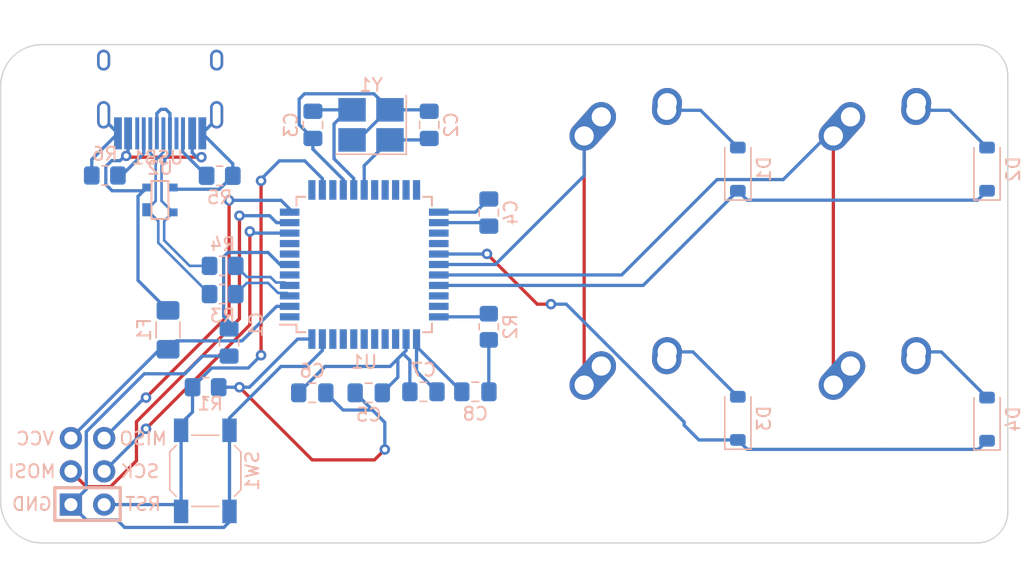
<source format=kicad_pcb>
(kicad_pcb (version 20221018) (generator pcbnew)
  (layers (0 "F.Cu" signal) (31 "B.Cu" signal) (34 "B.Paste" user) (35 "F.Paste" user) (36 "B.SilkS" user "B.Silkscreen") (37 "F.SilkS" user "F.Silkscreen") (38 "B.Mask" user) (39 "F.Mask" user) (44 "Edge.Cuts" user))
  (net 0 "")
  (net 1 "GND")
  (net 2 "Net-(U1-UCAP)")
  (net 3 "XTAL1")
  (net 4 "XTAL2")
  (net 5 "+5V")
  (net 6 "row0")
  (net 7 "Net-(D1-A)")
  (net 8 "Net-(D2-A)")
  (net 9 "row1")
  (net 10 "Net-(D3-A)")
  (net 11 "Net-(D4-A)")
  (net 12 "VCC")
  (net 13 "MISO")
  (net 14 "SCK")
  (net 15 "MOSI")
  (net 16 "RESET")
  (net 17 "Net-(U1-~{HWB}{slash}PE2)")
  (net 18 "DN")
  (net 19 "D-")
  (net 20 "D+")
  (net 21 "DP")
  (net 22 "Net-(USB1-CC2)")
  (net 23 "Net-(USB1-CC1)")
  (net 24 "col0")
  (net 25 "col1")
  (footprint "MX_Alps_Hybrid:MX-1U-NoLED" (layer "F.Cu") (at 144.4625 53.975)
    (fp_text reference "SW2")
    (fp_text value "SW_Push")
    (pad "" np_thru_hole circle (at -5.08 0 48.0996) (size 1.75 1.75) (drill 1.75) (layers "*.Cu" "*.Mask"))
    (pad "" np_thru_hole circle (at 0 0) (size 3.9878 3.9878) (drill 3.9878) (layers "*.Cu" "*.Mask"))
    (pad "" np_thru_hole circle (at 5.08 0 48.0996) (size 1.75 1.75) (drill 1.75) (layers "*.Cu" "*.Mask"))
    (pad "1" thru_hole oval (at -3.81 -2.54 48.0996) (size 4.211556 2.25) (drill 1.47 (offset 0.980778 0)) (layers "*.Cu" "B.Mask") (net 24 "col0"))
    (pad "1" thru_hole circle (at -2.5 -4) (size 2.25 2.25) (drill 1.47) (layers "*.Cu" "B.Mask") (net 24 "col0"))
    (pad "2" thru_hole oval (at 2.5 -4.5 86.0548) (size 2.831378 2.25) (drill 1.47 (offset 0.290689 0)) (layers "*.Cu" "B.Mask") (net 7 "Net-(D1-A)"))
    (pad "2" thru_hole circle (at 2.54 -5.08) (size 2.25 2.25) (drill 1.47) (layers "*.Cu" "B.Mask") (net 7 "Net-(D1-A)"))
  )
  (footprint "MX_Alps_Hybrid:MX-1U-NoLED" (layer "F.Cu") (at 163.5125 53.975)
    (fp_text reference "SW3")
    (fp_text value "SW_Push")
    (pad "" np_thru_hole circle (at -5.08 0 48.0996) (size 1.75 1.75) (drill 1.75) (layers "*.Cu" "*.Mask"))
    (pad "" np_thru_hole circle (at 0 0) (size 3.9878 3.9878) (drill 3.9878) (layers "*.Cu" "*.Mask"))
    (pad "" np_thru_hole circle (at 5.08 0 48.0996) (size 1.75 1.75) (drill 1.75) (layers "*.Cu" "*.Mask"))
    (pad "1" thru_hole oval (at -3.81 -2.54 48.0996) (size 4.211556 2.25) (drill 1.47 (offset 0.980778 0)) (layers "*.Cu" "B.Mask") (net 25 "col1"))
    (pad "1" thru_hole circle (at -2.5 -4) (size 2.25 2.25) (drill 1.47) (layers "*.Cu" "B.Mask") (net 25 "col1"))
    (pad "2" thru_hole oval (at 2.5 -4.5 86.0548) (size 2.831378 2.25) (drill 1.47 (offset 0.290689 0)) (layers "*.Cu" "B.Mask") (net 8 "Net-(D2-A)"))
    (pad "2" thru_hole circle (at 2.54 -5.08) (size 2.25 2.25) (drill 1.47) (layers "*.Cu" "B.Mask") (net 8 "Net-(D2-A)"))
  )
  (footprint "MX_Alps_Hybrid:MX-1U-NoLED" (layer "F.Cu") (at 144.4625 73.025)
    (fp_text reference "SW4")
    (fp_text value "SW_Push")
    (pad "" np_thru_hole circle (at -5.08 0 48.0996) (size 1.75 1.75) (drill 1.75) (layers "*.Cu" "*.Mask"))
    (pad "" np_thru_hole circle (at 0 0) (size 3.9878 3.9878) (drill 3.9878) (layers "*.Cu" "*.Mask"))
    (pad "" np_thru_hole circle (at 5.08 0 48.0996) (size 1.75 1.75) (drill 1.75) (layers "*.Cu" "*.Mask"))
    (pad "1" thru_hole oval (at -3.81 -2.54 48.0996) (size 4.211556 2.25) (drill 1.47 (offset 0.980778 0)) (layers "*.Cu" "B.Mask") (net 24 "col0"))
    (pad "1" thru_hole circle (at -2.5 -4) (size 2.25 2.25) (drill 1.47) (layers "*.Cu" "B.Mask") (net 24 "col0"))
    (pad "2" thru_hole oval (at 2.5 -4.5 86.0548) (size 2.831378 2.25) (drill 1.47 (offset 0.290689 0)) (layers "*.Cu" "B.Mask") (net 10 "Net-(D3-A)"))
    (pad "2" thru_hole circle (at 2.54 -5.08) (size 2.25 2.25) (drill 1.47) (layers "*.Cu" "B.Mask") (net 10 "Net-(D3-A)"))
  )
  (footprint "MX_Alps_Hybrid:MX-1U-NoLED" (layer "F.Cu") (at 163.5125 73.025)
    (fp_text reference "SW5")
    (fp_text value "SW_Push")
    (pad "" np_thru_hole circle (at -5.08 0 48.0996) (size 1.75 1.75) (drill 1.75) (layers "*.Cu" "*.Mask"))
    (pad "" np_thru_hole circle (at 0 0) (size 3.9878 3.9878) (drill 3.9878) (layers "*.Cu" "*.Mask"))
    (pad "" np_thru_hole circle (at 5.08 0 48.0996) (size 1.75 1.75) (drill 1.75) (layers "*.Cu" "*.Mask"))
    (pad "1" thru_hole oval (at -3.81 -2.54 48.0996) (size 4.211556 2.25) (drill 1.47 (offset 0.980778 0)) (layers "*.Cu" "B.Mask") (net 25 "col1"))
    (pad "1" thru_hole circle (at -2.5 -4) (size 2.25 2.25) (drill 1.47) (layers "*.Cu" "B.Mask") (net 25 "col1"))
    (pad "2" thru_hole oval (at 2.5 -4.5 86.0548) (size 2.831378 2.25) (drill 1.47 (offset 0.290689 0)) (layers "*.Cu" "B.Mask") (net 11 "Net-(D4-A)"))
    (pad "2" thru_hole circle (at 2.54 -5.08) (size 2.25 2.25) (drill 1.47) (layers "*.Cu" "B.Mask") (net 11 "Net-(D4-A)"))
  )
  (footprint "Resistor_SMD:R_0805_2012Metric_Pad1.20x1.40mm_HandSolder" (layer "B.Cu") (at 113.014 61.3664 180)
    (fp_text reference "R4" (at 0 1.65) (layer "B.SilkS") (effects (justify mirror)))
    (fp_text value "22")
    (pad "1" smd roundrect (at -1 0 180) (size 1.2 1.4) (layers "B.Cu" "B.Paste" "B.Mask") (roundrect_rratio 0.208333) (net 20 "D+"))
    (pad "2" smd roundrect (at 1 0 180) (size 1.2 1.4) (layers "B.Cu" "B.Paste" "B.Mask") (roundrect_rratio 0.208333) (net 21 "DP"))
  )
  (footprint "Diode_SMD:D_SOD-123" (layer "B.Cu") (at 152.4 73.025 90)
    (fp_text reference "D3" (at 0 2 90) (layer "B.SilkS") (effects (justify mirror)))
    (fp_text value "D")
    (pad "1" smd roundrect (at -1.65 0 90) (size 0.9 1.2) (layers "B.Cu" "B.Paste" "B.Mask") (net 9 "row1"))
    (pad "2" smd roundrect (at 1.65 0 90) (size 0.9 1.2) (layers "B.Cu" "B.Paste" "B.Mask") (net 10 "Net-(D3-A)"))
  )
  (footprint "Capacitor_SMD:C_0805_2012Metric_Pad1.18x1.45mm_HandSolder" (layer "B.Cu") (at 132.334 70.993)
    (fp_text reference "C8" (at 0 1.68) (layer "B.SilkS") (effects (justify mirror)))
    (fp_text value "0.1u")
    (pad "1" smd roundrect (at -1.0375 0) (size 1.175 1.45) (layers "B.Cu" "B.Paste" "B.Mask") (roundrect_rratio 0.212766) (net 5 "+5V"))
    (pad "2" smd roundrect (at 1.0375 0) (size 1.175 1.45) (layers "B.Cu" "B.Paste" "B.Mask") (roundrect_rratio 0.212766) (net 1 "GND"))
  )
  (footprint "Capacitor_SMD:C_0805_2012Metric_Pad1.18x1.45mm_HandSolder" (layer "B.Cu") (at 119.9155 50.5875 -90)
    (fp_text reference "C3" (at 0 1.68 90) (layer "B.SilkS") (effects (justify mirror)))
    (fp_text value "22p")
    (pad "1" smd roundrect (at -1.0375 0 270) (size 1.175 1.45) (layers "B.Cu" "B.Paste" "B.Mask") (roundrect_rratio 0.212766) (net 4 "XTAL2"))
    (pad "2" smd roundrect (at 1.0375 0 270) (size 1.175 1.45) (layers "B.Cu" "B.Paste" "B.Mask") (roundrect_rratio 0.212766) (net 1 "GND"))
  )
  (footprint "random-keyboard-parts:SOT143B" (layer "B.Cu") (at 108.22 56.327)
    (fp_text reference "U2" (at 0 -2.45) (layer "B.SilkS") (effects (justify mirror)))
    (fp_text value "PRTR5V0U2X")
    (pad "1" smd rect (at -1 0.75 90) (size 1 0.7) (layers "B.Cu" "B.Paste" "B.Mask") (net 18 "DN"))
    (pad "2" smd rect (at -1 -0.95 90) (size 0.6 0.7) (layers "B.Cu" "B.Paste" "B.Mask") (net 12 "VCC"))
    (pad "3" smd rect (at 1 -0.95 90) (size 0.6 0.7) (layers "B.Cu" "B.Paste" "B.Mask") (net 1 "GND"))
    (pad "4" smd rect (at 1 0.95 90) (size 0.6 0.7) (layers "B.Cu" "B.Paste" "B.Mask") (net 21 "DP"))
  )
  (footprint "Crystal:Crystal_SMD_3225-4Pin_3.2x2.5mm_HandSoldering" (layer "B.Cu") (at 124.35625 50.5875 180)
    (fp_text reference "Y1" (at 0 3.05) (layer "B.SilkS") (effects (justify mirror)))
    (fp_text value "Crystal_GND24_Small")
    (pad "1" smd rect (at -1.45 -1.15 180) (size 2.1 1.8) (layers "B.Cu" "B.Paste" "B.Mask") (net 3 "XTAL1"))
    (pad "2" smd rect (at 1.45 -1.15 180) (size 2.1 1.8) (layers "B.Cu" "B.Paste" "B.Mask") (net 1 "GND"))
    (pad "3" smd rect (at 1.45 1.15 180) (size 2.1 1.8) (layers "B.Cu" "B.Paste" "B.Mask") (net 4 "XTAL2"))
    (pad "4" smd rect (at -1.45 1.15 180) (size 2.1 1.8) (layers "B.Cu" "B.Paste" "B.Mask") (net 1 "GND"))
  )
  (footprint "Resistor_SMD:R_0805_2012Metric_Pad1.20x1.40mm_HandSolder" (layer "B.Cu") (at 133.3625 66.025 90)
    (fp_text reference "R2" (at 0 1.65 90) (layer "B.SilkS") (effects (justify mirror)))
    (fp_text value "10k")
    (pad "1" smd roundrect (at -1 0 90) (size 1.2 1.4) (layers "B.Cu" "B.Paste" "B.Mask") (roundrect_rratio 0.208333) (net 1 "GND"))
    (pad "2" smd roundrect (at 1 0 90) (size 1.2 1.4) (layers "B.Cu" "B.Paste" "B.Mask") (roundrect_rratio 0.208333) (net 17 "Net-(U1-~{HWB}{slash}PE2)"))
  )
  (footprint "random-keyboard-parts:Reset_Pretty-Mask" (layer "B.Cu") (at 102.6854 77.0751 180)
    (fp_text reference "J1")
    (fp_text value "AVR-ISP-6")
    (fp_text user "VCC" (at 4 2.5) (layer "B.SilkS") (effects (justify mirror)))
    (fp_text user "MOSI" (at 4.25 0) (layer "B.SilkS") (effects (justify mirror)))
    (fp_text user "GND" (at 4.25 -2.5) (layer "B.SilkS") (effects (justify mirror)))
    (fp_text user "RST" (at -4.25 -2.5) (layer "B.SilkS") (effects (justify mirror)))
    (fp_text user "MISO" (at -4.25 2.5) (layer "B.SilkS") (effects (justify mirror)))
    (fp_text user "SCK" (at -4 0) (layer "B.SilkS") (effects (justify mirror)))
    (pad "1" thru_hole circle (at -1.27 2.54 180) (size 1.7 1.7) (drill 1) (layers "*.Cu" "B.Mask") (net 13 "MISO"))
    (pad "2" thru_hole circle (at 1.27 2.54 180) (size 1.7 1.7) (drill 1) (layers "*.Cu" "B.Mask") (net 5 "+5V"))
    (pad "3" thru_hole circle (at -1.27 0 180) (size 1.7 1.7) (drill 1) (layers "*.Cu" "B.Mask") (net 14 "SCK"))
    (pad "4" thru_hole circle (at 1.27 0 180) (size 1.7 1.7) (drill 1) (layers "*.Cu" "B.Mask") (net 15 "MOSI"))
    (pad "5" thru_hole circle (at -1.27 -2.54 180) (size 1.7 1.7) (drill 1) (layers "*.Cu" "B.Mask") (net 16 "RESET"))
    (pad "6" thru_hole rect (at 1.27 -2.54 180) (size 1.7 1.7) (drill 1) (layers "*.Cu" "B.Mask") (net 1 "GND"))
  )
  (footprint "Resistor_SMD:R_0805_2012Metric_Pad1.20x1.40mm_HandSolder" (layer "B.Cu") (at 111.7125 70.64375 180)
    (fp_text reference "R1" (at -0.35 -1.2585) (layer "B.SilkS") (effects (justify mirror)))
    (fp_text value "10k")
    (pad "1" smd roundrect (at -1 0 180) (size 1.2 1.4) (layers "B.Cu" "B.Paste" "B.Mask") (roundrect_rratio 0.208333) (net 5 "+5V"))
    (pad "2" smd roundrect (at 1 0 180) (size 1.2 1.4) (layers "B.Cu" "B.Paste" "B.Mask") (roundrect_rratio 0.208333) (net 16 "RESET"))
  )
  (footprint "Type-C:HRO-TYPE-C-31-M-12-HandSoldering" (layer "B.Cu") (at 108.235 43.04)
    (fp_text reference "USB1" (at -0.1905 10.057) (layer "B.SilkS") (effects (justify mirror)))
    (fp_text value "HRO-TYPE-C-31-M-12")
    (pad "" np_thru_hole circle (at -2.89 6.25) (size 0.65 0.65) (drill 0.65) (layers "*.Cu" "*.Mask"))
    (pad "" np_thru_hole circle (at 2.89 6.25) (size 0.65 0.65) (drill 0.65) (layers "*.Cu" "*.Mask"))
    (pad "1" smd rect (at -3.225 8.195) (size 0.6 2.45) (layers "B.Cu" "B.Paste" "B.Mask") (net 1 "GND"))
    (pad "2" smd rect (at -2.45 8.195) (size 0.6 2.45) (layers "B.Cu" "B.Paste" "B.Mask") (net 12 "VCC"))
    (pad "3" smd rect (at -1.75 8.195) (size 0.3 2.45) (layers "B.Cu" "B.Paste" "B.Mask"))
    (pad "4" smd rect (at -1.25 8.195) (size 0.3 2.45) (layers "B.Cu" "B.Paste" "B.Mask") (net 23 "Net-(USB1-CC1)"))
    (pad "5" smd rect (at -0.75 8.195) (size 0.3 2.45) (layers "B.Cu" "B.Paste" "B.Mask") (net 18 "DN"))
    (pad "6" smd rect (at -0.25 8.195) (size 0.3 2.45) (layers "B.Cu" "B.Paste" "B.Mask") (net 21 "DP"))
    (pad "7" smd rect (at 0.25 8.195) (size 0.3 2.45) (layers "B.Cu" "B.Paste" "B.Mask") (net 18 "DN"))
    (pad "8" smd rect (at 0.75 8.195) (size 0.3 2.45) (layers "B.Cu" "B.Paste" "B.Mask") (net 21 "DP"))
    (pad "9" smd rect (at 1.25 8.195) (size 0.3 2.45) (layers "B.Cu" "B.Paste" "B.Mask"))
    (pad "10" smd rect (at 1.75 8.195) (size 0.3 2.45) (layers "B.Cu" "B.Paste" "B.Mask") (net 22 "Net-(USB1-CC2)"))
    (pad "11" smd rect (at 2.45 8.195) (size 0.6 2.45) (layers "B.Cu" "B.Paste" "B.Mask") (net 12 "VCC"))
    (pad "12" smd rect (at 3.225 8.195) (size 0.6 2.45) (layers "B.Cu" "B.Paste" "B.Mask") (net 1 "GND"))
    (pad "13" thru_hole oval (at -4.32 2.6) (size 1 1.6) (drill oval 0.6 1.2) (layers "*.Cu" "F.Mask") (net 1 "GND"))
    (pad "13" thru_hole oval (at -4.32 6.78) (size 1 2.1) (drill oval 0.6 1.7) (layers "*.Cu" "F.Mask") (net 1 "GND"))
    (pad "13" thru_hole oval (at 4.32 2.6) (size 1 1.6) (drill oval 0.6 1.2) (layers "*.Cu" "F.Mask") (net 1 "GND"))
    (pad "13" thru_hole oval (at 4.32 6.78) (size 1 2.1) (drill oval 0.6 1.7) (layers "*.Cu" "F.Mask") (net 1 "GND"))
  )
  (footprint "Capacitor_SMD:C_0805_2012Metric_Pad1.18x1.45mm_HandSolder" (layer "B.Cu") (at 113.50625 67.225 90)
    (fp_text reference "C1" (at 1.365 2.061 90) (layer "B.SilkS") (effects (justify mirror)))
    (fp_text value "1u")
    (pad "1" smd roundrect (at -1.0375 0 90) (size 1.175 1.45) (layers "B.Cu" "B.Paste" "B.Mask") (roundrect_rratio 0.212766) (net 1 "GND"))
    (pad "2" smd roundrect (at 1.0375 0 90) (size 1.175 1.45) (layers "B.Cu" "B.Paste" "B.Mask") (roundrect_rratio 0.212766) (net 2 "Net-(U1-UCAP)"))
  )
  (footprint "Capacitor_SMD:C_0805_2012Metric_Pad1.18x1.45mm_HandSolder" (layer "B.Cu") (at 133.3625 57.29375 90)
    (fp_text reference "C4" (at 0 1.68 90) (layer "B.SilkS") (effects (justify mirror)))
    (fp_text value "0.1u")
    (pad "1" smd roundrect (at -1.0375 0 90) (size 1.175 1.45) (layers "B.Cu" "B.Paste" "B.Mask") (roundrect_rratio 0.212766) (net 5 "+5V"))
    (pad "2" smd roundrect (at 1.0375 0 90) (size 1.175 1.45) (layers "B.Cu" "B.Paste" "B.Mask") (roundrect_rratio 0.212766) (net 1 "GND"))
  )
  (footprint "Diode_SMD:D_SOD-123" (layer "B.Cu") (at 171.45 73.0875 90)
    (fp_text reference "D4" (at 0 2 90) (layer "B.SilkS") (effects (justify mirror)))
    (fp_text value "D")
    (pad "1" smd roundrect (at -1.65 0 90) (size 0.9 1.2) (layers "B.Cu" "B.Paste" "B.Mask") (net 9 "row1"))
    (pad "2" smd roundrect (at 1.65 0 90) (size 0.9 1.2) (layers "B.Cu" "B.Paste" "B.Mask") (net 11 "Net-(D4-A)"))
  )
  (footprint "Button_Switch_SMD:SW_SPST_SKQG_WithStem" (layer "B.Cu") (at 111.688 77.037 90)
    (fp_text reference "SW1" (at 0 3.6 90) (layer "B.SilkS") (effects (justify mirror)))
    (fp_text value "SW_Push")
    (pad "1" smd rect (at -3.1 1.85 90) (size 1.8 1.1) (layers "B.Cu" "B.Paste" "B.Mask") (net 1 "GND"))
    (pad "1" smd rect (at 3.1 1.85 90) (size 1.8 1.1) (layers "B.Cu" "B.Paste" "B.Mask") (net 1 "GND"))
    (pad "2" smd rect (at -3.1 -1.85 90) (size 1.8 1.1) (layers "B.Cu" "B.Paste" "B.Mask") (net 16 "RESET"))
    (pad "2" smd rect (at 3.1 -1.85 90) (size 1.8 1.1) (layers "B.Cu" "B.Paste" "B.Mask") (net 16 "RESET"))
  )
  (footprint "Resistor_SMD:R_0805_2012Metric_Pad1.20x1.40mm_HandSolder" (layer "B.Cu") (at 112.791 54.483)
    (fp_text reference "R5" (at 0 1.65) (layer "B.SilkS") (effects (justify mirror)))
    (fp_text value "5.1k")
    (pad "1" smd roundrect (at -1 0) (size 1.2 1.4) (layers "B.Cu" "B.Paste" "B.Mask") (roundrect_rratio 0.208333) (net 22 "Net-(USB1-CC2)"))
    (pad "2" smd roundrect (at 1 0) (size 1.2 1.4) (layers "B.Cu" "B.Paste" "B.Mask") (roundrect_rratio 0.208333) (net 1 "GND"))
  )
  (footprint "Package_QFP:TQFP-44_10x10mm_P0.8mm" (layer "B.Cu") (at 123.8375 61.2625)
    (fp_text reference "U1" (at 0 7.45) (layer "B.SilkS") (effects (justify mirror)))
    (fp_text value "ATmega32U4-A")
    (pad "1" smd rect (at -5.7 4) (size 1.5 0.55) (layers "B.Cu" "B.Paste" "B.Mask"))
    (pad "2" smd rect (at -5.7 3.2) (size 1.5 0.55) (layers "B.Cu" "B.Paste" "B.Mask") (net 5 "+5V"))
    (pad "3" smd rect (at -5.7 2.4) (size 1.5 0.55) (layers "B.Cu" "B.Paste" "B.Mask") (net 19 "D-"))
    (pad "4" smd rect (at -5.7 1.6) (size 1.5 0.55) (layers "B.Cu" "B.Paste" "B.Mask") (net 20 "D+"))
    (pad "5" smd rect (at -5.7 0.8) (size 1.5 0.55) (layers "B.Cu" "B.Paste" "B.Mask") (net 1 "GND"))
    (pad "6" smd rect (at -5.7 0) (size 1.5 0.55) (layers "B.Cu" "B.Paste" "B.Mask") (net 2 "Net-(U1-UCAP)"))
    (pad "7" smd rect (at -5.7 -0.8) (size 1.5 0.55) (layers "B.Cu" "B.Paste" "B.Mask") (net 5 "+5V"))
    (pad "8" smd rect (at -5.7 -1.6) (size 1.5 0.55) (layers "B.Cu" "B.Paste" "B.Mask"))
    (pad "9" smd rect (at -5.7 -2.4) (size 1.5 0.55) (layers "B.Cu" "B.Paste" "B.Mask") (net 14 "SCK"))
    (pad "10" smd rect (at -5.7 -3.2) (size 1.5 0.55) (layers "B.Cu" "B.Paste" "B.Mask") (net 15 "MOSI"))
    (pad "11" smd rect (at -5.7 -4) (size 1.5 0.55) (layers "B.Cu" "B.Paste" "B.Mask") (net 13 "MISO"))
    (pad "12" smd rect (at -4 -5.7 270) (size 1.5 0.55) (layers "B.Cu" "B.Paste" "B.Mask"))
    (pad "13" smd rect (at -3.2 -5.7 270) (size 1.5 0.55) (layers "B.Cu" "B.Paste" "B.Mask") (net 16 "RESET"))
    (pad "14" smd rect (at -2.4 -5.7 270) (size 1.5 0.55) (layers "B.Cu" "B.Paste" "B.Mask") (net 5 "+5V"))
    (pad "15" smd rect (at -1.6 -5.7 270) (size 1.5 0.55) (layers "B.Cu" "B.Paste" "B.Mask") (net 1 "GND"))
    (pad "16" smd rect (at -0.8 -5.7 270) (size 1.5 0.55) (layers "B.Cu" "B.Paste" "B.Mask") (net 4 "XTAL2"))
    (pad "17" smd rect (at 0 -5.7 270) (size 1.5 0.55) (layers "B.Cu" "B.Paste" "B.Mask") (net 3 "XTAL1"))
    (pad "18" smd rect (at 0.8 -5.7 270) (size 1.5 0.55) (layers "B.Cu" "B.Paste" "B.Mask"))
    (pad "19" smd rect (at 1.6 -5.7 270) (size 1.5 0.55) (layers "B.Cu" "B.Paste" "B.Mask"))
    (pad "20" smd rect (at 2.4 -5.7 270) (size 1.5 0.55) (layers "B.Cu" "B.Paste" "B.Mask"))
    (pad "21" smd rect (at 3.2 -5.7 270) (size 1.5 0.55) (layers "B.Cu" "B.Paste" "B.Mask"))
    (pad "22" smd rect (at 4 -5.7 270) (size 1.5 0.55) (layers "B.Cu" "B.Paste" "B.Mask"))
    (pad "23" smd rect (at 5.7 -4) (size 1.5 0.55) (layers "B.Cu" "B.Paste" "B.Mask") (net 1 "GND"))
    (pad "24" smd rect (at 5.7 -3.2) (size 1.5 0.55) (layers "B.Cu" "B.Paste" "B.Mask") (net 5 "+5V"))
    (pad "25" smd rect (at 5.7 -2.4) (size 1.5 0.55) (layers "B.Cu" "B.Paste" "B.Mask"))
    (pad "26" smd rect (at 5.7 -1.6) (size 1.5 0.55) (layers "B.Cu" "B.Paste" "B.Mask"))
    (pad "27" smd rect (at 5.7 -0.8) (size 1.5 0.55) (layers "B.Cu" "B.Paste" "B.Mask") (net 9 "row1"))
    (pad "28" smd rect (at 5.7 0) (size 1.5 0.55) (layers "B.Cu" "B.Paste" "B.Mask") (net 24 "col0"))
    (pad "29" smd rect (at 5.7 0.8) (size 1.5 0.55) (layers "B.Cu" "B.Paste" "B.Mask") (net 25 "col1"))
    (pad "30" smd rect (at 5.7 1.6) (size 1.5 0.55) (layers "B.Cu" "B.Paste" "B.Mask") (net 6 "row0"))
    (pad "31" smd rect (at 5.7 2.4) (size 1.5 0.55) (layers "B.Cu" "B.Paste" "B.Mask"))
    (pad "32" smd rect (at 5.7 3.2) (size 1.5 0.55) (layers "B.Cu" "B.Paste" "B.Mask"))
    (pad "33" smd rect (at 5.7 4) (size 1.5 0.55) (layers "B.Cu" "B.Paste" "B.Mask") (net 17 "Net-(U1-~{HWB}{slash}PE2)"))
    (pad "34" smd rect (at 4 5.7 270) (size 1.5 0.55) (layers "B.Cu" "B.Paste" "B.Mask") (net 5 "+5V"))
    (pad "35" smd rect (at 3.2 5.7 270) (size 1.5 0.55) (layers "B.Cu" "B.Paste" "B.Mask") (net 1 "GND"))
    (pad "36" smd rect (at 2.4 5.7 270) (size 1.5 0.55) (layers "B.Cu" "B.Paste" "B.Mask"))
    (pad "37" smd rect (at 1.6 5.7 270) (size 1.5 0.55) (layers "B.Cu" "B.Paste" "B.Mask"))
    (pad "38" smd rect (at 0.8 5.7 270) (size 1.5 0.55) (layers "B.Cu" "B.Paste" "B.Mask"))
    (pad "39" smd rect (at 0 5.7 270) (size 1.5 0.55) (layers "B.Cu" "B.Paste" "B.Mask"))
    (pad "40" smd rect (at -0.8 5.7 270) (size 1.5 0.55) (layers "B.Cu" "B.Paste" "B.Mask"))
    (pad "41" smd rect (at -1.6 5.7 270) (size 1.5 0.55) (layers "B.Cu" "B.Paste" "B.Mask"))
    (pad "42" smd rect (at -2.4 5.7 270) (size 1.5 0.55) (layers "B.Cu" "B.Paste" "B.Mask"))
    (pad "43" smd rect (at -3.2 5.7 270) (size 1.5 0.55) (layers "B.Cu" "B.Paste" "B.Mask") (net 1 "GND"))
    (pad "44" smd rect (at -4 5.7 270) (size 1.5 0.55) (layers "B.Cu" "B.Paste" "B.Mask") (net 5 "+5V"))
  )
  (footprint "Diode_SMD:D_SOD-123" (layer "B.Cu") (at 171.45 53.975 90)
    (fp_text reference "D2" (at 0 2 90) (layer "B.SilkS") (effects (justify mirror)))
    (fp_text value "D")
    (pad "1" smd roundrect (at -1.65 0 90) (size 0.9 1.2) (layers "B.Cu" "B.Paste" "B.Mask") (net 6 "row0"))
    (pad "2" smd roundrect (at 1.65 0 90) (size 0.9 1.2) (layers "B.Cu" "B.Paste" "B.Mask") (net 8 "Net-(D2-A)"))
  )
  (footprint "Capacitor_SMD:C_0805_2012Metric_Pad1.18x1.45mm_HandSolder" (layer "B.Cu") (at 128.8055 50.5875 90)
    (fp_text reference "C2" (at 0 1.68 90) (layer "B.SilkS") (effects (justify mirror)))
    (fp_text value "22p")
    (pad "1" smd roundrect (at -1.0375 0 90) (size 1.175 1.45) (layers "B.Cu" "B.Paste" "B.Mask") (roundrect_rratio 0.212766) (net 3 "XTAL1"))
    (pad "2" smd roundrect (at 1.0375 0 90) (size 1.175 1.45) (layers "B.Cu" "B.Paste" "B.Mask") (roundrect_rratio 0.212766) (net 1 "GND"))
  )
  (footprint "Capacitor_SMD:C_0805_2012Metric_Pad1.18x1.45mm_HandSolder" (layer "B.Cu") (at 124.18325 71.0715)
    (fp_text reference "C5" (at 0 1.68) (layer "B.SilkS") (effects (justify mirror)))
    (fp_text value "0.1u")
    (pad "1" smd roundrect (at -1.0375 0) (size 1.175 1.45) (layers "B.Cu" "B.Paste" "B.Mask") (roundrect_rratio 0.212766) (net 5 "+5V"))
    (pad "2" smd roundrect (at 1.0375 0) (size 1.175 1.45) (layers "B.Cu" "B.Paste" "B.Mask") (roundrect_rratio 0.212766) (net 1 "GND"))
  )
  (footprint "Resistor_SMD:R_0805_2012Metric_Pad1.20x1.40mm_HandSolder" (layer "B.Cu") (at 113.014 63.5254)
    (fp_text reference "R3" (at 0 1.65) (layer "B.SilkS") (effects (justify mirror)))
    (fp_text value "22")
    (pad "1" smd roundrect (at -1 0) (size 1.2 1.4) (layers "B.Cu" "B.Paste" "B.Mask") (roundrect_rratio 0.208333) (net 18 "DN"))
    (pad "2" smd roundrect (at 1 0) (size 1.2 1.4) (layers "B.Cu" "B.Paste" "B.Mask") (roundrect_rratio 0.208333) (net 19 "D-"))
  )
  (footprint "Capacitor_SMD:C_0805_2012Metric_Pad1.18x1.45mm_HandSolder" (layer "B.Cu") (at 128.36525 70.993 180)
    (fp_text reference "C7" (at 0 1.68) (layer "B.SilkS") (effects (justify mirror)))
    (fp_text value "0.1u")
    (pad "1" smd roundrect (at -1.0375 0 180) (size 1.175 1.45) (layers "B.Cu" "B.Paste" "B.Mask") (roundrect_rratio 0.212766) (net 5 "+5V"))
    (pad "2" smd roundrect (at 1.0375 0 180) (size 1.175 1.45) (layers "B.Cu" "B.Paste" "B.Mask") (roundrect_rratio 0.212766) (net 1 "GND"))
  )
  (footprint "Resistor_SMD:R_0805_2012Metric_Pad1.20x1.40mm_HandSolder" (layer "B.Cu") (at 104.0092 54.4576 180)
    (fp_text reference "R6" (at 0 1.65) (layer "B.SilkS") (effects (justify mirror)))
    (fp_text value "5.1k")
    (pad "1" smd roundrect (at -1 0 180) (size 1.2 1.4) (layers "B.Cu" "B.Paste" "B.Mask") (roundrect_rratio 0.208333) (net 23 "Net-(USB1-CC1)"))
    (pad "2" smd roundrect (at 1 0 180) (size 1.2 1.4) (layers "B.Cu" "B.Paste" "B.Mask") (roundrect_rratio 0.208333) (net 1 "GND"))
  )
  (footprint "Capacitor_SMD:C_0805_2012Metric_Pad1.18x1.45mm_HandSolder" (layer "B.Cu") (at 119.86525 71.0715 180)
    (fp_text reference "C6" (at 0 1.68) (layer "B.SilkS") (effects (justify mirror)))
    (fp_text value "0.1u")
    (pad "1" smd roundrect (at -1.0375 0 180) (size 1.175 1.45) (layers "B.Cu" "B.Paste" "B.Mask") (roundrect_rratio 0.212766) (net 5 "+5V"))
    (pad "2" smd roundrect (at 1.0375 0 180) (size 1.175 1.45) (layers "B.Cu" "B.Paste" "B.Mask") (roundrect_rratio 0.212766) (net 1 "GND"))
  )
  (footprint "Fuse:Fuse_1206_3216Metric_Pad1.42x1.75mm_HandSolder" (layer "B.Cu") (at 108.839 66.2575 -90)
    (fp_text reference "F1" (at 0 1.82 90) (layer "B.SilkS") (effects (justify mirror)))
    (fp_text value "500mA")
    (pad "1" smd roundrect (at -1.4875 0 270) (size 1.425 1.75) (layers "B.Cu" "B.Paste" "B.Mask") (roundrect_rratio 0.175439) (net 12 "VCC"))
    (pad "2" smd roundrect (at 1.4875 0 270) (size 1.425 1.75) (layers "B.Cu" "B.Paste" "B.Mask") (roundrect_rratio 0.175439) (net 5 "+5V"))
  )
  (footprint "Diode_SMD:D_SOD-123" (layer "B.Cu") (at 152.4 53.975 90)
    (fp_text reference "D1" (at 0 2 90) (layer "B.SilkS") (effects (justify mirror)))
    (fp_text value "D")
    (pad "1" smd roundrect (at -1.65 0 90) (size 0.9 1.2) (layers "B.Cu" "B.Paste" "B.Mask") (net 6 "row0"))
    (pad "2" smd roundrect (at 1.65 0 90) (size 0.9 1.2) (layers "B.Cu" "B.Paste" "B.Mask") (net 7 "Net-(D1-A)"))
  )
  (gr_line (start 134.9375 44.45) (end 99.21875 44.449999) (stroke (width 0.1)) (layer "Edge.Cuts"))
  (gr_line (start 134.9375 82.55) (end 99.21875 82.549999) (stroke (width 0.1)) (layer "Edge.Cuts"))
  (gr_line (start 170.65625 82.55) (end 134.9375 82.55) (stroke (width 0.1)) (layer "Edge.Cuts"))
  (gr_line (start 173.037499 46.83125) (end 173.0375 80.16875) (stroke (width 0.1)) (layer "Edge.Cuts"))
  (gr_arc (start 173.0375 80.16875) (mid 172.340048 81.852548) (end 170.65625 82.55) (stroke (width 0.1)) (layer "Edge.Cuts"))
  (gr_arc (start 99.21875 82.55) (mid 96.973686 81.620064) (end 96.04375 79.375) (stroke (width 0.1)) (layer "Edge.Cuts"))
  (gr_line (start 96.043749 47.625) (end 96.04375 79.375) (stroke (width 0.1)) (layer "Edge.Cuts"))
  (gr_arc (start 96.043749 47.625) (mid 96.973685 45.379935) (end 99.21875 44.449999) (stroke (width 0.1)) (layer "Edge.Cuts"))
  (gr_line (start 170.65625 44.450001) (end 134.9375 44.45) (stroke (width 0.1)) (layer "Edge.Cuts"))
  (gr_arc (start 170.65625 44.450001) (mid 172.340047 45.147453) (end 173.037499 46.83125) (stroke (width 0.1)) (layer "Edge.Cuts"))
  (segment (start 113.50625 68.2625) (end 111.480577 68.2625) (width 0.25) (layer "B.Cu") (net 1))
  (segment (start 113.538 80.93075) (end 113.538 80.137) (width 0.25) (layer "B.Cu") (net 1))
  (segment (start 105.01 51.235) (end 103.0092 53.2358) (width 0.25) (layer "B.Cu") (net 1))
  (segment (start 123.35625 51.7375) (end 122.90625 51.7375) (width 0.25) (layer "B.Cu") (net 1))
  (segment (start 126.409375 69.882875) (end 126.409375 68.465625) (width 0.25) (layer "B.Cu") (net 1))
  (segment (start 104.9474 80.7901) (end 105.5193 81.362) (width 0.25) (layer "B.Cu") (net 1))
  (segment (start 126.80625 68.06875) (end 127.0375 67.8375) (width 0.25) (layer "B.Cu") (net 1))
  (segment (start 125.81875 69.05625) (end 126.409375 68.465625) (width 0.25) (layer "B.Cu") (net 1))
  (segment (start 125.80625 49.4375) (end 125.65625 49.4375) (width 0.25) (layer "B.Cu") (net 1))
  (segment (start 126.409375 68.465625) (end 126.80625 68.06875) (width 0.25) (layer "B.Cu") (net 1))
  (segment (start 119.41875 69.05625) (end 120.6375 67.8375) (width 0.25) (layer "B.Cu") (net 1))
  (segment (start 127.32775 70.993) (end 127.32775 68.59025) (width 0.25) (layer "B.Cu") (net 1))
  (segment (start 119.9155 51.625) (end 119.9155 52.44675) (width 0.25) (layer "B.Cu") (net 1))
  (segment (start 110.124327 69.61875) (end 107.020049 69.61875) (width 0.25) (layer "B.Cu") (net 1))
  (segment (start 113.791 53.566) (end 113.791 54.483) (width 0.25) (layer "B.Cu") (net 1))
  (segment (start 103.915 49.82) (end 103.915 50.14) (width 0.25) (layer "B.Cu") (net 1))
  (segment (start 119.26875 48.2125) (end 118.8655 48.61575) (width 0.25) (layer "B.Cu") (net 1))
  (segment (start 113.10675 81.362) (end 113.538 80.93075) (width 0.25) (layer "B.Cu") (net 1))
  (segment (start 102.5904 78.4401) (end 101.4154 79.6151) (width 0.25) (layer "B.Cu") (net 1))
  (segment (start 109.351 55.508) (end 112.766 55.508) (width 0.25) (layer "B.Cu") (net 1))
  (segment (start 103.0092 53.2358) (end 103.0092 54.4576) (width 0.25) (layer "B.Cu") (net 1))
  (segment (start 118.8655 50.575) (end 119.9155 51.625) (width 0.25) (layer "B.Cu") (net 1))
  (segment (start 125.65625 49.4375) (end 123.35625 51.7375) (width 0.25) (layer "B.Cu") (net 1))
  (segment (start 118.82775 71.0715) (end 120.843 69.05625) (width 0.25) (layer "B.Cu") (net 1))
  (segment (start 103.915 50.14) (end 105.01 51.235) (width 0.25) (layer "B.Cu") (net 1))
  (segment (start 133.3625 56.25625) (end 132.35625 57.2625) (width 0.25) (layer "B.Cu") (net 1))
  (segment (start 113.538 73.937) (end 113.538 72.99325) (width 0.25) (layer "B.Cu") (net 1))
  (segment (start 127.0375 67.8375) (end 127.0375 66.9625) (width 0.25) (layer "B.Cu") (net 1))
  (segment (start 133.3625 70.984) (end 133.3715 70.993) (width 0.25) (layer "B.Cu") (net 1))
  (segment (start 125.22075 71.0715) (end 126.409375 69.882875) (width 0.25) (layer "B.Cu") (net 1))
  (segment (start 111.480577 68.2625) (end 110.124327 69.61875) (width 0.25) (layer "B.Cu") (net 1))
  (segment (start 119.9155 52.44675) (end 122.2375 54.76875) (width 0.25) (layer "B.Cu") (net 1))
  (segment (start 109.22 55.377) (end 109.351 55.508) (width 0.25) (layer "B.Cu") (net 1))
  (segment (start 112.555 49.82) (end 112.555 50.14) (width 0.25) (layer "B.Cu") (net 1))
  (segment (start 111.46 51.235) (end 113.791 53.566) (width 0.25) (layer "B.Cu") (net 1))
  (segment (start 122.2375 54.76875) (end 122.2375 55.5625) (width 0.25) (layer "B.Cu") (net 1))
  (segment (start 113.538 72.99325) (end 117.475 69.05625) (width 0.25) (layer "B.Cu") (net 1))
  (segment (start 124.58125 48.2125) (end 119.26875 48.2125) (width 0.25) (layer "B.Cu") (net 1))
  (segment (start 133.3625 67.025) (end 133.3625 70.984) (width 0.25) (layer "B.Cu") (net 1))
  (segment (start 125.80625 49.4375) (end 124.58125 48.2125) (width 0.25) (layer "B.Cu") (net 1))
  (segment (start 128.8055 49.55) (end 128.693 49.4375) (width 0.25) (layer "B.Cu") (net 1))
  (segment (start 107.020049 69.61875) (end 102.5904 74.048399) (width 0.25) (layer "B.Cu") (net 1))
  (segment (start 120.843 69.05625) (end 125.81875 69.05625) (width 0.25) (layer "B.Cu") (net 1))
  (segment (start 118.8655 48.61575) (end 118.8655 50.575) (width 0.25) (layer "B.Cu") (net 1))
  (segment (start 117.475 69.05625) (end 119.41875 69.05625) (width 0.25) (layer "B.Cu") (net 1))
  (segment (start 132.35625 57.2625) (end 129.5375 57.2625) (width 0.25) (layer "B.Cu") (net 1))
  (segment (start 102.5904 80.7901) (end 104.9474 80.7901) (width 0.25) (layer "B.Cu") (net 1))
  (segment (start 120.6375 67.8375) (end 120.6375 66.9625) (width 0.25) (layer "B.Cu") (net 1))
  (segment (start 127.32775 68.59025) (end 126.80625 68.06875) (width 0.25) (layer "B.Cu") (net 1))
  (segment (start 102.5904 74.048399) (end 102.5904 78.4401) (width 0.25) (layer "B.Cu") (net 1))
  (segment (start 128.693 49.4375) (end 125.80625 49.4375) (width 0.25) (layer "B.Cu") (net 1))
  (segment (start 113.538 80.137) (end 113.538 73.937) (width 0.25) (layer "B.Cu") (net 1))
  (segment (start 101.4154 79.6151) (end 102.5904 80.7901) (width 0.25) (layer "B.Cu") (net 1))
  (segment (start 112.555 50.14) (end 111.46 51.235) (width 0.25) (layer "B.Cu") (net 1))
  (segment (start 105.5193 81.362) (end 113.10675 81.362) (width 0.25) (layer "B.Cu") (net 1))
  (segment (start 112.766 55.508) (end 113.791 54.483) (width 0.25) (layer "B.Cu") (net 1))
  (segment (start 113.50625 65.646323) (end 113.089 65.229073) (width 0.25) (layer "B.Cu") (net 2))
  (segment (start 113.089 65.229073) (end 113.089 60.678227) (width 0.25) (layer "B.Cu") (net 2))
  (segment (start 116.4809 60.3414) (end 117.402 61.2625) (width 0.25) (layer "B.Cu") (net 2))
  (segment (start 117.402 61.2625) (end 118.1375 61.2625) (width 0.25) (layer "B.Cu") (net 2))
  (segment (start 113.089 60.678227) (end 113.425827 60.3414) (width 0.25) (layer "B.Cu") (net 2))
  (segment (start 113.425827 60.3414) (end 116.4809 60.3414) (width 0.25) (layer "B.Cu") (net 2))
  (segment (start 113.50625 66.1875) (end 113.50625 65.646323) (width 0.25) (layer "B.Cu") (net 2))
  (segment (start 123.8375 53.70625) (end 123.8375 55.5625) (width 0.25) (layer "B.Cu") (net 3))
  (segment (start 125.80625 51.7375) (end 128.693 51.7375) (width 0.25) (layer "B.Cu") (net 3))
  (segment (start 125.80625 51.7375) (end 123.8375 53.70625) (width 0.25) (layer "B.Cu") (net 3))
  (segment (start 128.693 51.7375) (end 128.8055 51.625) (width 0.25) (layer "B.Cu") (net 3))
  (segment (start 121.53125 50.5125) (end 121.53125 53.18125) (width 0.25) (layer "B.Cu") (net 4))
  (segment (start 122.90625 49.4375) (end 122.60625 49.4375) (width 0.25) (layer "B.Cu") (net 4))
  (segment (start 120.19375 49.55) (end 120.30625 49.4375) (width 0.25) (layer "B.Cu") (net 4))
  (segment (start 122.60625 49.4375) (end 121.53125 50.5125) (width 0.25) (layer "B.Cu") (net 4))
  (segment (start 120.30625 49.4375) (end 122.90625 49.4375) (width 0.25) (layer "B.Cu") (net 4))
  (segment (start 123.03125 54.68125) (end 123.03125 55.5625) (width 0.25) (layer "B.Cu") (net 4))
  (segment (start 121.53125 53.18125) (end 123.03125 54.68125) (width 0.25) (layer "B.Cu") (net 4))
  (segment (start 119.9155 49.55) (end 120.19375 49.55) (width 0.25) (layer "B.Cu") (net 4))
  (segment (start 119.85625 76.2) (end 124.61875 76.2) (width 0.25) (layer "F.Cu") (net 5))
  (segment (start 124.61875 76.2) (end 125.4125 75.40625) (width 0.25) (layer "F.Cu") (net 5))
  (segment (start 114.3 70.64375) (end 119.85625 76.2) (width 0.25) (layer "F.Cu") (net 5))
  (via (at 114.3 70.64375) (size 0.8) (drill 0.4) (layers "F.Cu" "B.Cu") (net 5))
  (via (at 125.4125 75.40625) (size 0.8) (drill 0.4) (layers "F.Cu" "B.Cu") (net 5))
  (segment (start 101.4154 74.5351) (end 108.2055 67.745) (width 0.25) (layer "B.Cu") (net 5))
  (segment (start 109.484 67.1) (end 114.5 67.1) (width 0.25) (layer "B.Cu") (net 5))
  (segment (start 118.748896 66.9625) (end 115.067646 70.64375) (width 0.25) (layer "B.Cu") (net 5))
  (segment (start 114.5 67.1) (end 117.1375 64.4625) (width 0.25) (layer "B.Cu") (net 5))
  (segment (start 124.462125 72.387875) (end 122.219125 72.387875) (width 0.25) (layer "B.Cu") (net 5))
  (segment (start 125.4125 73.33825) (end 124.462125 72.387875) (width 0.25) (layer "B.Cu") (net 5))
  (segment (start 117.1375 64.4625) (end 118.1375 64.4625) (width 0.25) (layer "B.Cu") (net 5))
  (segment (start 108.2055 67.745) (end 108.839 67.745) (width 0.25) (layer "B.Cu") (net 5))
  (segment (start 127.8375 69.42775) (end 127.8375 66.9625) (width 0.25) (layer "B.Cu") (net 5))
  (segment (start 112.7125 70.64375) (end 114.3 70.64375) (width 0.25) (layer "B.Cu") (net 5))
  (segment (start 133.3625 58.33125) (end 133.09375 58.0625) (width 0.25) (layer "B.Cu") (net 5))
  (segment (start 124.462125 72.387875) (end 123.14575 71.0715) (width 0.25) (layer "B.Cu") (net 5))
  (segment (start 127.8375 67.534) (end 127.8375 66.9625) (width 0.25) (layer "B.Cu") (net 5))
  (segment (start 122.219125 72.387875) (end 120.90275 71.0715) (width 0.25) (layer "B.Cu") (net 5))
  (segment (start 131.2965 70.993) (end 127.8375 67.534) (width 0.25) (layer "B.Cu") (net 5))
  (segment (start 125.4125 75.40625) (end 125.4125 73.33825) (width 0.25) (layer "B.Cu") (net 5))
  (segment (start 133.09375 58.0625) (end 129.5375 58.0625) (width 0.25) (layer "B.Cu") (net 5))
  (segment (start 115.067646 70.64375) (end 114.3 70.64375) (width 0.25) (layer "B.Cu") (net 5))
  (segment (start 108.839 67.745) (end 109.484 67.1) (width 0.25) (layer "B.Cu") (net 5))
  (segment (start 119.8375 66.9625) (end 118.748896 66.9625) (width 0.25) (layer "B.Cu") (net 5))
  (segment (start 129.40275 70.993) (end 127.8375 69.42775) (width 0.25) (layer "B.Cu") (net 5))
  (segment (start 152.4 55.625) (end 145.1625 62.8625) (width 0.25) (layer "B.Cu") (net 6))
  (segment (start 153.1189 56.3439) (end 152.4 55.625) (width 0.25) (layer "B.Cu") (net 6))
  (segment (start 145.1625 62.8625) (end 129.5375 62.8625) (width 0.25) (layer "B.Cu") (net 6))
  (segment (start 171.45 55.625) (end 170.7311 56.3439) (width 0.25) (layer "B.Cu") (net 6))
  (segment (start 170.7311 56.3439) (end 153.1189 56.3439) (width 0.25) (layer "B.Cu") (net 6))
  (segment (start 152.4 52.325) (end 149.55 49.475) (width 0.25) (layer "B.Cu") (net 7))
  (segment (start 149.55 49.475) (end 146.9625 49.475) (width 0.25) (layer "B.Cu") (net 7))
  (segment (start 166.0525 49.435) (end 166.0125 49.475) (width 0.25) (layer "F.Cu") (net 8))
  (segment (start 166.0525 48.895) (end 166.0525 49.435) (width 0.25) (layer "F.Cu") (net 8))
  (segment (start 168.6 49.475) (end 166.0125 49.475) (width 0.25) (layer "B.Cu") (net 8))
  (segment (start 171.45 52.325) (end 168.6 49.475) (width 0.25) (layer "B.Cu") (net 8))
  (segment (start 137.06475 64.29375) (end 133.223 60.452) (width 0.25) (layer "F.Cu") (net 9))
  (segment (start 138.1125 64.29375) (end 137.06475 64.29375) (width 0.25) (layer "F.Cu") (net 9))
  (via (at 138.1125 64.29375) (size 0.8) (drill 0.4) (layers "F.Cu" "B.Cu") (net 9))
  (via (at 133.223 60.452) (size 0.8) (drill 0.4) (layers "F.Cu" "B.Cu") (net 9))
  (segment (start 149.424733 74.675) (end 148.2925 73.542767) (width 0.25) (layer "B.Cu") (net 9))
  (segment (start 148.2925 73.542767) (end 148.2925 73.30439) (width 0.25) (layer "B.Cu") (net 9))
  (segment (start 170.7936 75.3939) (end 171.45 74.7375) (width 0.25) (layer "B.Cu") (net 9))
  (segment (start 133.2125 60.4625) (end 129.5375 60.4625) (width 0.25) (layer "B.Cu") (net 9))
  (segment (start 139.28186 64.29375) (end 138.1125 64.29375) (width 0.25) (layer "B.Cu") (net 9))
  (segment (start 152.4 74.675) (end 149.424733 74.675) (width 0.25) (layer "B.Cu") (net 9))
  (segment (start 153.1189 75.3939) (end 170.7936 75.3939) (width 0.25) (layer "B.Cu") (net 9))
  (segment (start 152.4 74.675) (end 153.1189 75.3939) (width 0.25) (layer "B.Cu") (net 9))
  (segment (start 148.2925 73.30439) (end 139.28186 64.29375) (width 0.25) (layer "B.Cu") (net 9))
  (segment (start 133.223 60.452) (end 133.2125 60.4625) (width 0.25) (layer "B.Cu") (net 9))
  (segment (start 148.97 67.945) (end 147.0025 67.945) (width 0.25) (layer "B.Cu") (net 10))
  (segment (start 152.4 71.375) (end 148.97 67.945) (width 0.25) (layer "B.Cu") (net 10))
  (segment (start 171.45 71.4375) (end 167.9575 67.945) (width 0.25) (layer "B.Cu") (net 11))
  (segment (start 167.9575 67.945) (end 166.0525 67.945) (width 0.25) (layer "B.Cu") (net 11))
  (segment (start 111.392099 53.0595) (end 105.743228 53.0595) (width 0.25) (layer "F.Cu") (net 12))
  (segment (start 105.743228 53.0595) (end 105.642544 52.958816) (width 0.25) (layer "F.Cu") (net 12))
  (via (at 105.642544 52.958816) (size 0.8) (drill 0.4) (layers "F.Cu" "B.Cu") (net 12))
  (via (at 111.392099 53.0595) (size 0.8) (drill 0.4) (layers "F.Cu" "B.Cu") (net 12))
  (segment (start 104.0842 53.769427) (end 104.0842 55.145773) (width 0.25) (layer "B.Cu") (net 12))
  (segment (start 110.685 51.235) (end 110.685 52.71) (width 0.25) (layer "B.Cu") (net 12))
  (segment (start 104.530023 53.323604) (end 104.0842 53.769427) (width 0.25) (layer "B.Cu") (net 12))
  (segment (start 111.0345 53.0595) (end 111.392099 53.0595) (width 0.25) (layer "B.Cu") (net 12))
  (segment (start 106.971 55.626) (end 107.22 55.377) (width 0.25) (layer "B.Cu") (net 12))
  (segment (start 105.785 51.235) (end 105.785 52.71) (width 0.25) (layer "B.Cu") (net 12))
  (segment (start 107.22 55.377) (end 106.545 56.052) (width 0.25) (layer "B.Cu") (net 12))
  (segment (start 104.0842 55.145773) (end 104.564427 55.626) (width 0.25) (layer "B.Cu") (net 12))
  (segment (start 105.171396 53.323604) (end 104.530023 53.323604) (width 0.25) (layer "B.Cu") (net 12))
  (segment (start 106.545 62.476) (end 108.839 64.77) (width 0.25) (layer "B.Cu") (net 12))
  (segment (start 105.785 52.71) (end 105.171396 53.323604) (width 0.25) (layer "B.Cu") (net 12))
  (segment (start 104.564427 55.626) (end 106.971 55.626) (width 0.25) (layer "B.Cu") (net 12))
  (segment (start 110.685 52.71) (end 111.0345 53.0595) (width 0.25) (layer "B.Cu") (net 12))
  (segment (start 106.545 56.052) (end 106.545 62.476) (width 0.25) (layer "B.Cu") (net 12))
  (segment (start 107.15625 71.4375) (end 113.50625 65.0875) (width 0.25) (layer "F.Cu") (net 13))
  (segment (start 113.50625 65.0875) (end 113.50625 56.35625) (width 0.25) (layer "F.Cu") (net 13))
  (via (at 113.50625 56.35625) (size 0.8) (drill 0.4) (layers "F.Cu" "B.Cu") (net 13))
  (via (at 107.15625 71.4375) (size 0.8) (drill 0.4) (layers "F.Cu" "B.Cu") (net 13))
  (segment (start 103.9554 74.5351) (end 107.053 71.4375) (width 0.25) (layer "B.Cu") (net 13))
  (segment (start 113.50625 56.35625) (end 117.475 56.35625) (width 0.25) (layer "B.Cu") (net 13))
  (segment (start 117.475 56.35625) (end 118.26875 57.15) (width 0.25) (layer "B.Cu") (net 13))
  (segment (start 107.053 71.4375) (end 107.15625 71.4375) (width 0.25) (layer "B.Cu") (net 13))
  (segment (start 107.15625 73.81875) (end 115.09375 65.88125) (width 0.25) (layer "F.Cu") (net 14))
  (segment (start 115.09375 65.88125) (end 115.09375 58.7375) (width 0.25) (layer "F.Cu") (net 14))
  (via (at 115.09375 58.7375) (size 0.8) (drill 0.4) (layers "F.Cu" "B.Cu") (net 14))
  (via (at 107.15625 73.81875) (size 0.8) (drill 0.4) (layers "F.Cu" "B.Cu") (net 14))
  (segment (start 103.9554 77.0751) (end 107.15625 73.87425) (width 0.25) (layer "B.Cu") (net 14))
  (segment (start 115.09375 58.7375) (end 115.21875 58.8625) (width 0.25) (layer "B.Cu") (net 14))
  (segment (start 115.21875 58.8625) (end 118.1375 58.8625) (width 0.25) (layer "B.Cu") (net 14))
  (segment (start 107.15625 73.87425) (end 107.15625 73.81875) (width 0.25) (layer "B.Cu") (net 14))
  (segment (start 101.4154 77.0751) (end 102.5904 78.2501) (width 0.25) (layer "F.Cu") (net 15))
  (segment (start 104.442101 78.2501) (end 106.426 76.266201) (width 0.25) (layer "F.Cu") (net 15))
  (segment (start 106.426 76.266201) (end 106.426 73.279) (width 0.25) (layer "F.Cu") (net 15))
  (segment (start 106.426 73.279) (end 114.3 65.405) (width 0.25) (layer "F.Cu") (net 15))
  (segment (start 114.3 65.405) (end 114.3 57.531) (width 0.25) (layer "F.Cu") (net 15))
  (segment (start 102.5904 78.2501) (end 104.442101 78.2501) (width 0.25) (layer "F.Cu") (net 15))
  (via (at 114.3 57.531) (size 0.8) (drill 0.4) (layers "F.Cu" "B.Cu") (net 15))
  (segment (start 114.3 57.531) (end 116.606 57.531) (width 0.25) (layer "B.Cu") (net 15))
  (segment (start 116.606 57.531) (end 117.1375 58.0625) (width 0.25) (layer "B.Cu") (net 15))
  (segment (start 117.1375 58.0625) (end 118.1375 58.0625) (width 0.25) (layer "B.Cu") (net 15))
  (segment (start 115.951 68.199) (end 115.951 54.864) (width 0.25) (layer "F.Cu") (net 16))
  (via (at 115.951 68.199) (size 0.8) (drill 0.4) (layers "F.Cu" "B.Cu") (net 16))
  (via (at 115.951 54.864) (size 0.8) (drill 0.4) (layers "F.Cu" "B.Cu") (net 16))
  (segment (start 110.7125 70.64375) (end 112.18125 69.175) (width 0.25) (layer "B.Cu") (net 16))
  (segment (start 119.29 53.34) (end 120.6375 54.6875) (width 0.25) (layer "B.Cu") (net 16))
  (segment (start 115.951 54.737) (end 117.348 53.34) (width 0.25) (layer "B.Cu") (net 16))
  (segment (start 117.348 53.34) (end 119.29 53.34) (width 0.25) (layer "B.Cu") (net 16))
  (segment (start 109.838 73.937) (end 109.838 80.137) (width 0.25) (layer "B.Cu") (net 16))
  (segment (start 109.838 73.410222) (end 110.7125 72.535722) (width 0.25) (layer "B.Cu") (net 16))
  (segment (start 103.9554 79.6151) (end 109.3161 79.6151) (width 0.25) (layer "B.Cu") (net 16))
  (segment (start 115.951 54.864) (end 115.951 54.737) (width 0.25) (layer "B.Cu") (net 16))
  (segment (start 109.838 73.937) (end 109.838 73.410222) (width 0.25) (layer "B.Cu") (net 16))
  (segment (start 110.7125 72.535722) (end 110.7125 70.64375) (width 0.25) (layer "B.Cu") (net 16))
  (segment (start 120.6375 54.6875) (end 120.6375 55.5625) (width 0.25) (layer "B.Cu") (net 16))
  (segment (start 114.975 69.175) (end 115.951 68.199) (width 0.25) (layer "B.Cu") (net 16))
  (segment (start 109.3161 79.6151) (end 109.838 80.137) (width 0.25) (layer "B.Cu") (net 16))
  (segment (start 112.18125 69.175) (end 114.975 69.175) (width 0.25) (layer "B.Cu") (net 16))
  (segment (start 133.125 65.2625) (end 129.5375 65.2625) (width 0.25) (layer "B.Cu") (net 17))
  (segment (start 133.3625 65.025) (end 133.125 65.2625) (width 0.25) (layer "B.Cu") (net 17))
  (segment (start 108.094999 59.606399) (end 112.014 63.5254) (width 0.2) (layer "B.Cu") (net 18))
  (segment (start 107.95 53.213) (end 107.95 53.467) (width 0.2) (layer "B.Cu") (net 18))
  (segment (start 108.094999 57.951999) (end 108.094999 59.606399) (width 0.2) (layer "B.Cu") (net 18))
  (segment (start 107.485 52.748) (end 107.95 53.213) (width 0.2) (layer "B.Cu") (net 18))
  (segment (start 107.485 51.235) (end 107.485 52.748) (width 0.2) (layer "B.Cu") (net 18))
  (segment (start 107.22 57.077) (end 108.094999 57.951999) (width 0.2) (layer "B.Cu") (net 18))
  (segment (start 108.485 52.678) (end 108.485 51.235) (width 0.2) (layer "B.Cu") (net 18))
  (segment (start 107.894999 56.402001) (end 107.22 57.077) (width 0.2) (layer "B.Cu") (net 18))
  (segment (start 107.95 53.467) (end 107.894999 53.522001) (width 0.2) (layer "B.Cu") (net 18))
  (segment (start 107.95 53.213) (end 108.485 52.678) (width 0.2) (layer "B.Cu") (net 18))
  (segment (start 107.894999 53.522001) (end 107.894999 56.402001) (width 0.2) (layer "B.Cu") (net 18))
  (segment (start 116.484532 62.670901) (end 117.251131 63.4375) (width 0.2) (layer "B.Cu") (net 19))
  (segment (start 114.868499 62.670901) (end 116.484532 62.670901) (width 0.2) (layer "B.Cu") (net 19))
  (segment (start 117.9125 63.4375) (end 118.1375 63.6625) (width 0.2) (layer "B.Cu") (net 19))
  (segment (start 114.014 63.5254) (end 114.868499 62.670901) (width 0.2) (layer "B.Cu") (net 19))
  (segment (start 117.251131 63.4375) (end 117.9125 63.4375) (width 0.2) (layer "B.Cu") (net 19))
  (segment (start 114.868499 62.220899) (end 116.670899 62.220899) (width 0.2) (layer "B.Cu") (net 20))
  (segment (start 114.014 61.3664) (end 114.868499 62.220899) (width 0.2) (layer "B.Cu") (net 20))
  (segment (start 117.973897 62.8625) (end 118.1375 62.8625) (width 0.2) (layer "B.Cu") (net 20))
  (segment (start 116.670899 62.220899) (end 117.0875 62.6375) (width 0.2) (layer "B.Cu") (net 20))
  (segment (start 117.0875 62.6375) (end 117.748897 62.6375) (width 0.2) (layer "B.Cu") (net 20))
  (segment (start 117.748897 62.6375) (end 117.973897 62.8625) (width 0.2) (layer "B.Cu") (net 20))
  (segment (start 108.985 49.71) (end 108.985 51.235) (width 0.25) (layer "B.Cu") (net 21))
  (segment (start 108.292 49.403) (end 108.678 49.403) (width 0.25) (layer "B.Cu") (net 21))
  (segment (start 108.545001 57.951999) (end 108.545001 59.420004) (width 0.2) (layer "B.Cu") (net 21))
  (segment (start 108.345001 53.706999) (end 108.345001 56.402001) (width 0.2) (layer "B.Cu") (net 21))
  (segment (start 109.22 57.277) (end 108.545001 57.951999) (width 0.2) (layer "B.Cu") (net 21))
  (segment (start 108.985 51.235) (end 108.985 52.813) (width 0.25) (layer "B.Cu") (net 21))
  (segment (start 108.545001 59.420004) (end 110.491397 61.3664) (width 0.2) (layer "B.Cu") (net 21))
  (segment (start 107.985 49.71) (end 108.292 49.403) (width 0.25) (layer "B.Cu") (net 21))
  (segment (start 108.985 52.813) (end 108.585 53.213) (width 0.25) (layer "B.Cu") (net 21))
  (segment (start 108.345001 56.402001) (end 109.22 57.277) (width 0.2) (layer "B.Cu") (net 21))
  (segment (start 108.585 53.213) (end 108.585 53.467) (width 0.25) (layer "B.Cu") (net 21))
  (segment (start 108.678 49.403) (end 108.985 49.71) (width 0.25) (layer "B.Cu") (net 21))
  (segment (start 107.985 51.235) (end 107.985 49.71) (width 0.25) (layer "B.Cu") (net 21))
  (segment (start 110.491397 61.3664) (end 112.014 61.3664) (width 0.2) (layer "B.Cu") (net 21))
  (segment (start 108.585 53.467) (end 108.345001 53.706999) (width 0.2) (layer "B.Cu") (net 21))
  (segment (start 109.96 51.26) (end 109.985 51.235) (width 0.25) (layer "B.Cu") (net 22))
  (segment (start 109.96 52.652) (end 109.96 51.26) (width 0.25) (layer "B.Cu") (net 22))
  (segment (start 111.791 54.483) (end 109.96 52.652) (width 0.25) (layer "B.Cu") (net 22))
  (segment (start 105.0092 54.4576) (end 105.2874 54.4576) (width 0.25) (layer "B.Cu") (net 23))
  (segment (start 106.985 52.76) (end 106.985 51.235) (width 0.25) (layer "B.Cu") (net 23))
  (segment (start 105.2874 54.4576) (end 106.985 52.76) (width 0.25) (layer "B.Cu") (net 23))
  (segment (start 140.6525 51.435) (end 140.6525 70.485) (width 0.25) (layer "F.Cu") (net 24))
  (segment (start 140.6525 54.472767) (end 133.862767 61.2625) (width 0.25) (layer "B.Cu") (net 24))
  (segment (start 140.6525 51.435) (end 140.6525 54.472767) (width 0.25) (layer "B.Cu") (net 24))
  (segment (start 133.862767 61.2625) (end 129.5375 61.2625) (width 0.25) (layer "B.Cu") (net 24))
  (segment (start 159.7025 51.435) (end 159.7025 70.485) (width 0.25) (layer "F.Cu") (net 25))
  (segment (start 159.204733 51.435) (end 155.870983 54.76875) (width 0.25) (layer "B.Cu") (net 25))
  (segment (start 159.7025 51.435) (end 159.204733 51.435) (width 0.25) (layer "B.Cu") (net 25))
  (segment (start 143.51875 62.0625) (end 129.5375 62.0625) (width 0.25) (layer "B.Cu") (net 25))
  (segment (start 155.870983 54.76875) (end 150.8125 54.76875) (width 0.25) (layer "B.Cu") (net 25))
  (segment (start 150.8125 54.76875) (end 143.51875 62.0625) (width 0.25) (layer "B.Cu") (net 25))
)
</source>
